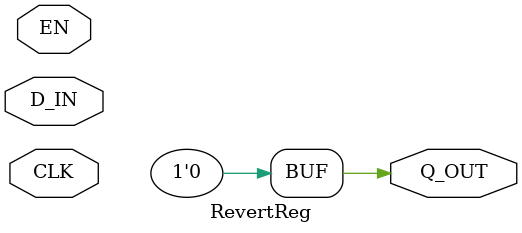
<source format=v>

`ifdef BSV_ASSIGNMENT_DELAY
`else
`define BSV_ASSIGNMENT_DELAY
`endif

module RevertReg(CLK, Q_OUT, D_IN, EN);

   parameter width = 1;
   parameter init  = { width {1'b0} } ;

   input     CLK;
   input     EN;
   input [width - 1 : 0] D_IN;
   output [width - 1 : 0] Q_OUT;

   assign Q_OUT = init;
endmodule

</source>
